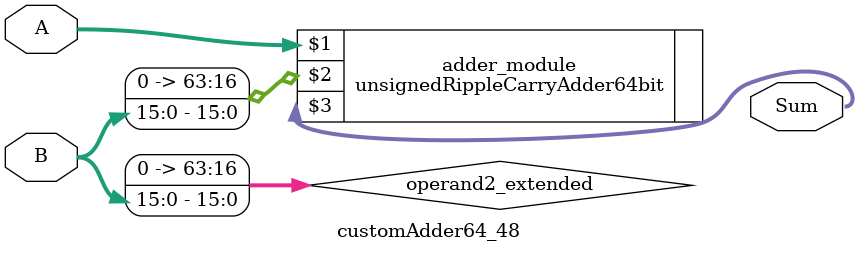
<source format=v>
module customAdder64_48(
                        input [63 : 0] A,
                        input [15 : 0] B,
                        
                        output [64 : 0] Sum
                );

        wire [63 : 0] operand2_extended;
        
        assign operand2_extended =  {48'b0, B};
        
        unsignedRippleCarryAdder64bit adder_module(
            A,
            operand2_extended,
            Sum
        );
        
        endmodule
        
</source>
